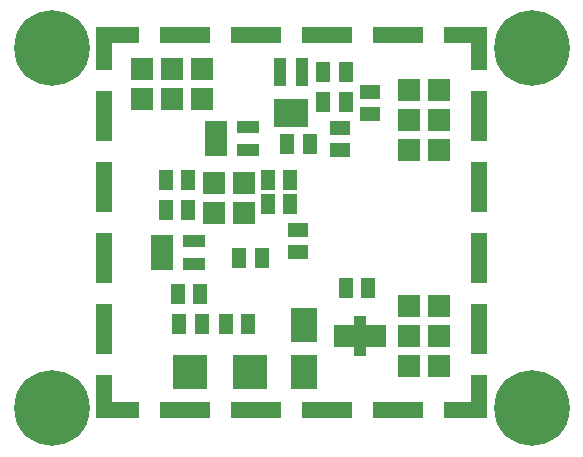
<source format=gbr>
G04 #@! TF.GenerationSoftware,KiCad,Pcbnew,(6.0.0-rc1-dev-205-gc0615c5ef)*
G04 #@! TF.CreationDate,2019-08-06T09:35:53+02:00*
G04 #@! TF.ProjectId,PCRD06A,504352443036412E6B696361645F7063,REV*
G04 #@! TF.SameCoordinates,Original*
G04 #@! TF.FileFunction,Soldermask,Bot*
G04 #@! TF.FilePolarity,Negative*
%FSLAX46Y46*%
G04 Gerber Fmt 4.6, Leading zero omitted, Abs format (unit mm)*
G04 Created by KiCad (PCBNEW (6.0.0-rc1-dev-205-gc0615c5ef)) date 08/06/19 09:35:53*
%MOMM*%
%LPD*%
G01*
G04 APERTURE LIST*
%ADD10R,1.924000X1.924000*%
%ADD11C,6.400000*%
%ADD12R,1.289000X1.797000*%
%ADD13R,1.960000X1.050000*%
%ADD14R,1.050000X2.400000*%
%ADD15R,2.950160X2.899360*%
%ADD16R,2.200000X2.900000*%
%ADD17R,1.797000X1.289000*%
%ADD18R,1.700000X1.900000*%
%ADD19R,1.100000X3.400000*%
%ADD20R,1.400000X1.400000*%
%ADD21R,2.700000X1.400000*%
%ADD22R,4.200000X1.400000*%
%ADD23R,1.400000X2.700000*%
%ADD24R,1.400000X4.200000*%
G04 APERTURE END LIST*
D10*
G04 #@! TO.C,J7*
X21336000Y24130000D03*
X21336000Y21590000D03*
G04 #@! TD*
G04 #@! TO.C,J8*
X12700000Y31242000D03*
X12700000Y33782000D03*
X15240000Y31242000D03*
X15240000Y33782000D03*
X17780000Y31242000D03*
X17780000Y33782000D03*
G04 #@! TD*
D11*
G04 #@! TO.C,M1*
X5080000Y35560000D03*
G04 #@! TD*
G04 #@! TO.C,M2*
X45720000Y5080000D03*
G04 #@! TD*
G04 #@! TO.C,M3*
X45720000Y35560000D03*
G04 #@! TD*
G04 #@! TO.C,M4*
X5080000Y5080000D03*
G04 #@! TD*
D12*
G04 #@! TO.C,C2*
X14732000Y21844000D03*
X16637000Y21844000D03*
G04 #@! TD*
D13*
G04 #@! TO.C,U1*
X18970000Y26990000D03*
X18970000Y27940000D03*
X18970000Y28890000D03*
X21670000Y28890000D03*
X21670000Y26990000D03*
G04 #@! TD*
D14*
G04 #@! TO.C,U2*
X26284000Y30108000D03*
X25334000Y30108000D03*
X24384000Y30108000D03*
X24384000Y33528000D03*
X26284000Y33528000D03*
G04 #@! TD*
D15*
G04 #@! TO.C,C1*
X16794480Y8128000D03*
X21844000Y8128000D03*
G04 #@! TD*
D12*
G04 #@! TO.C,C4*
X31877000Y15240000D03*
X29972000Y15240000D03*
G04 #@! TD*
G04 #@! TO.C,C7*
X29972000Y30988000D03*
X28067000Y30988000D03*
G04 #@! TD*
G04 #@! TO.C,C8*
X25273000Y22352000D03*
X23368000Y22352000D03*
G04 #@! TD*
G04 #@! TO.C,C9*
X15875000Y12192000D03*
X17780000Y12192000D03*
G04 #@! TD*
G04 #@! TO.C,C12*
X28067000Y33528000D03*
X29972000Y33528000D03*
G04 #@! TD*
G04 #@! TO.C,C13*
X23368000Y24384000D03*
X25273000Y24384000D03*
G04 #@! TD*
G04 #@! TO.C,C14*
X17653000Y14732000D03*
X15748000Y14732000D03*
G04 #@! TD*
G04 #@! TO.C,C19*
X26924000Y27432000D03*
X25019000Y27432000D03*
G04 #@! TD*
D16*
G04 #@! TO.C,D1*
X26416000Y12160000D03*
X26416000Y8160000D03*
G04 #@! TD*
D10*
G04 #@! TO.C,J1*
X37846000Y8636000D03*
X35306000Y8636000D03*
X37846000Y11176000D03*
X35306000Y11176000D03*
X37846000Y13716000D03*
X35306000Y13716000D03*
G04 #@! TD*
G04 #@! TO.C,J2*
X35306000Y32004000D03*
X37846000Y32004000D03*
G04 #@! TD*
G04 #@! TO.C,J3*
X18796000Y24130000D03*
X18796000Y21590000D03*
G04 #@! TD*
G04 #@! TO.C,J5*
X35306000Y26924000D03*
X37846000Y26924000D03*
G04 #@! TD*
G04 #@! TO.C,J6*
X37846000Y29464000D03*
X35306000Y29464000D03*
G04 #@! TD*
D17*
G04 #@! TO.C,R1*
X32004000Y29972000D03*
X32004000Y31877000D03*
G04 #@! TD*
G04 #@! TO.C,R3*
X29464000Y28829000D03*
X29464000Y26924000D03*
G04 #@! TD*
G04 #@! TO.C,R4*
X25908000Y18288000D03*
X25908000Y20193000D03*
G04 #@! TD*
D12*
G04 #@! TO.C,R5*
X19812000Y12192000D03*
X21717000Y12192000D03*
G04 #@! TD*
G04 #@! TO.C,R12*
X16637000Y24384000D03*
X14732000Y24384000D03*
G04 #@! TD*
G04 #@! TO.C,R13*
X20955000Y17780000D03*
X22860000Y17780000D03*
G04 #@! TD*
D13*
G04 #@! TO.C,U5*
X14398000Y17338000D03*
X14398000Y18288000D03*
X14398000Y19238000D03*
X17098000Y19238000D03*
X17098000Y17338000D03*
G04 #@! TD*
D18*
G04 #@! TO.C,C21*
X29812000Y11176000D03*
D19*
X31162000Y11176000D03*
D18*
X32512000Y11176000D03*
G04 #@! TD*
D20*
G04 #@! TO.C,M5*
X9500000Y4928000D03*
X41300000Y4928000D03*
X41300000Y36728000D03*
X9500000Y36728000D03*
D21*
X11150000Y4928000D03*
X11150000Y36728000D03*
D22*
X16400000Y4928000D03*
X16400000Y36728000D03*
X22400000Y4928000D03*
X22400000Y36728000D03*
X28400000Y4928000D03*
X28400000Y36728000D03*
X34400000Y4928000D03*
X34400000Y36728000D03*
D21*
X39650000Y4928000D03*
X39650000Y36728000D03*
D23*
X9500000Y6578000D03*
X41300000Y6578000D03*
D24*
X9500000Y11828000D03*
X41300000Y11828000D03*
X9500000Y17828000D03*
X41300000Y17828000D03*
X9500000Y23828000D03*
X41300000Y23828000D03*
X9500000Y29828000D03*
X41300000Y29828000D03*
D23*
X9500000Y35078000D03*
X41300000Y35078000D03*
G04 #@! TD*
M02*

</source>
